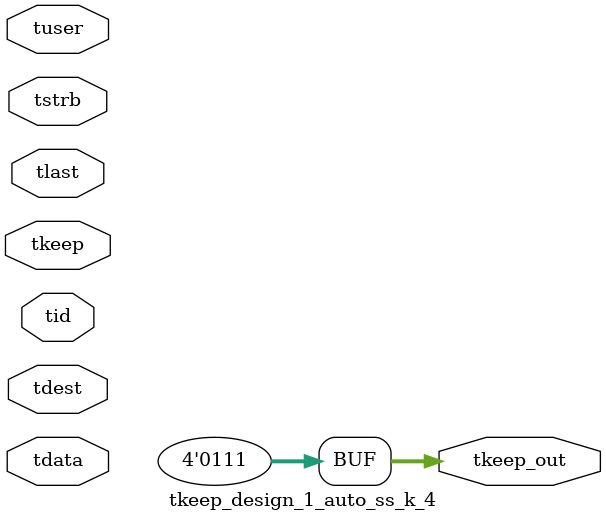
<source format=v>


`timescale 1ps/1ps

module tkeep_design_1_auto_ss_k_4 #
(
parameter C_S_AXIS_TDATA_WIDTH = 32,
parameter C_S_AXIS_TUSER_WIDTH = 0,
parameter C_S_AXIS_TID_WIDTH   = 0,
parameter C_S_AXIS_TDEST_WIDTH = 0,
parameter C_M_AXIS_TDATA_WIDTH = 32
)
(
input  [(C_S_AXIS_TDATA_WIDTH == 0 ? 1 : C_S_AXIS_TDATA_WIDTH)-1:0     ] tdata,
input  [(C_S_AXIS_TUSER_WIDTH == 0 ? 1 : C_S_AXIS_TUSER_WIDTH)-1:0     ] tuser,
input  [(C_S_AXIS_TID_WIDTH   == 0 ? 1 : C_S_AXIS_TID_WIDTH)-1:0       ] tid,
input  [(C_S_AXIS_TDEST_WIDTH == 0 ? 1 : C_S_AXIS_TDEST_WIDTH)-1:0     ] tdest,
input  [(C_S_AXIS_TDATA_WIDTH/8)-1:0 ] tkeep,
input  [(C_S_AXIS_TDATA_WIDTH/8)-1:0 ] tstrb,
input                                                                    tlast,
output [(C_M_AXIS_TDATA_WIDTH/8)-1:0 ] tkeep_out
);

assign tkeep_out = {3'b111};

endmodule


</source>
